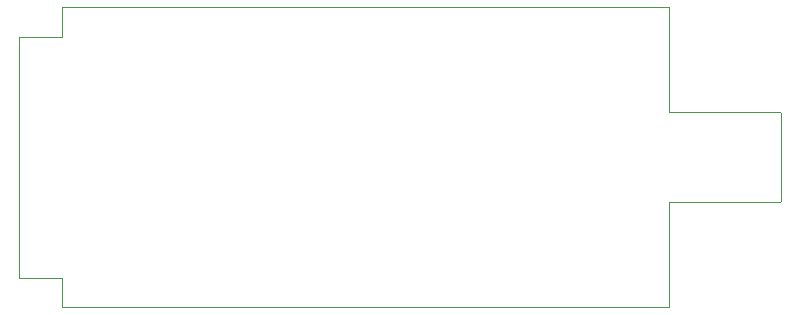
<source format=gbr>
%TF.GenerationSoftware,KiCad,Pcbnew,9.0.5*%
%TF.CreationDate,2025-10-19T11:10:53+01:00*%
%TF.ProjectId,loco-decoder-v1a,6c6f636f-2d64-4656-936f-6465722d7631,rev?*%
%TF.SameCoordinates,Original*%
%TF.FileFunction,Profile,NP*%
%FSLAX46Y46*%
G04 Gerber Fmt 4.6, Leading zero omitted, Abs format (unit mm)*
G04 Created by KiCad (PCBNEW 9.0.5) date 2025-10-19 11:10:53*
%MOMM*%
%LPD*%
G01*
G04 APERTURE LIST*
%TA.AperFunction,Profile*%
%ADD10C,0.050000*%
%TD*%
G04 APERTURE END LIST*
D10*
X73425000Y-58550000D02*
X124825000Y-58550000D01*
X124825000Y-58550000D02*
X124825000Y-67450000D01*
X124825000Y-75050000D02*
X124825000Y-83950000D01*
X134225000Y-75050000D02*
X124825000Y-75050000D01*
X73425000Y-81450000D02*
X73425000Y-83950000D01*
X73425000Y-81450000D02*
X69825000Y-81450000D01*
X124825000Y-67450000D02*
X134225000Y-67450000D01*
X69825000Y-81450000D02*
X69825000Y-61050000D01*
X73425000Y-83950000D02*
X124825000Y-83950000D01*
X69825000Y-61050000D02*
X73425000Y-61050000D01*
X134225000Y-67450000D02*
X134325000Y-67550000D01*
X73425000Y-58550000D02*
X73425000Y-61050000D01*
X134325000Y-74950000D02*
X134225000Y-75050000D01*
X134325000Y-67550000D02*
X134325000Y-74950000D01*
M02*

</source>
